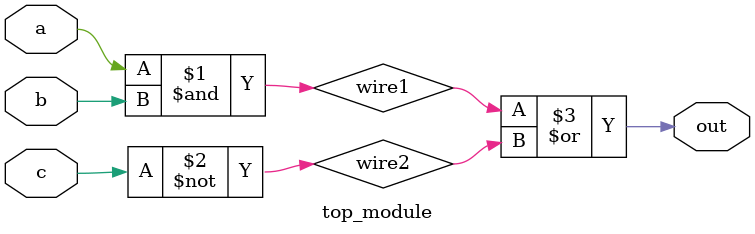
<source format=sv>
module top_module(
    input a, 
    input b,
    input c,
    output out
);
    
    // Define intermediate wires
    wire wire1, wire2;
    
    // Implement the circuit described by the Karnaugh map
    assign wire1 = a & b;
    assign wire2 = ~c;
    assign out = wire1 | wire2;
    
endmodule

</source>
